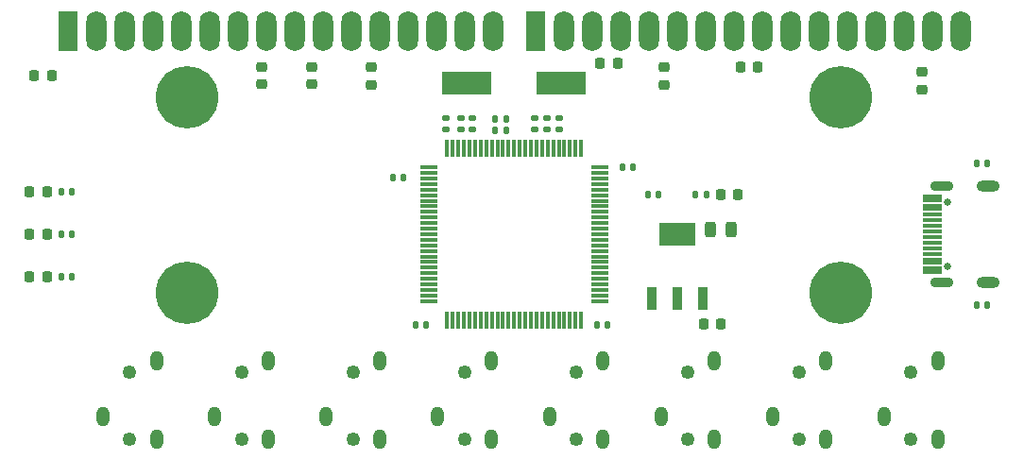
<source format=gts>
G04 #@! TF.GenerationSoftware,KiCad,Pcbnew,6.0.10-86aedd382b~118~ubuntu22.04.1*
G04 #@! TF.CreationDate,2023-01-23T14:57:36-08:00*
G04 #@! TF.ProjectId,ch348_octo_serial_minim,63683334-385f-46f6-9374-6f5f73657269,rev?*
G04 #@! TF.SameCoordinates,Original*
G04 #@! TF.FileFunction,Soldermask,Top*
G04 #@! TF.FilePolarity,Negative*
%FSLAX46Y46*%
G04 Gerber Fmt 4.6, Leading zero omitted, Abs format (unit mm)*
G04 Created by KiCad (PCBNEW 6.0.10-86aedd382b~118~ubuntu22.04.1) date 2023-01-23 14:57:36*
%MOMM*%
%LPD*%
G01*
G04 APERTURE LIST*
G04 Aperture macros list*
%AMRoundRect*
0 Rectangle with rounded corners*
0 $1 Rounding radius*
0 $2 $3 $4 $5 $6 $7 $8 $9 X,Y pos of 4 corners*
0 Add a 4 corners polygon primitive as box body*
4,1,4,$2,$3,$4,$5,$6,$7,$8,$9,$2,$3,0*
0 Add four circle primitives for the rounded corners*
1,1,$1+$1,$2,$3*
1,1,$1+$1,$4,$5*
1,1,$1+$1,$6,$7*
1,1,$1+$1,$8,$9*
0 Add four rect primitives between the rounded corners*
20,1,$1+$1,$2,$3,$4,$5,0*
20,1,$1+$1,$4,$5,$6,$7,0*
20,1,$1+$1,$6,$7,$8,$9,0*
20,1,$1+$1,$8,$9,$2,$3,0*%
G04 Aperture macros list end*
%ADD10RoundRect,0.147500X-0.147500X-0.172500X0.147500X-0.172500X0.147500X0.172500X-0.147500X0.172500X0*%
%ADD11RoundRect,0.218750X-0.218750X-0.256250X0.218750X-0.256250X0.218750X0.256250X-0.218750X0.256250X0*%
%ADD12R,0.950000X2.150000*%
%ADD13R,3.250000X2.150000*%
%ADD14RoundRect,0.147500X-0.172500X0.147500X-0.172500X-0.147500X0.172500X-0.147500X0.172500X0.147500X0*%
%ADD15C,1.250000*%
%ADD16O,1.199896X1.799996*%
%ADD17RoundRect,0.218750X0.256250X-0.218750X0.256250X0.218750X-0.256250X0.218750X-0.256250X-0.218750X0*%
%ADD18RoundRect,0.147500X0.147500X0.172500X-0.147500X0.172500X-0.147500X-0.172500X0.147500X-0.172500X0*%
%ADD19C,5.600000*%
%ADD20RoundRect,0.218750X-0.256250X0.218750X-0.256250X-0.218750X0.256250X-0.218750X0.256250X0.218750X0*%
%ADD21R,1.800000X3.600000*%
%ADD22O,1.800000X3.600000*%
%ADD23RoundRect,0.218750X0.218750X0.256250X-0.218750X0.256250X-0.218750X-0.256250X0.218750X-0.256250X0*%
%ADD24RoundRect,0.147500X0.172500X-0.147500X0.172500X0.147500X-0.172500X0.147500X-0.172500X-0.147500X0*%
%ADD25R,4.500000X2.000000*%
%ADD26RoundRect,0.243750X-0.243750X-0.456250X0.243750X-0.456250X0.243750X0.456250X-0.243750X0.456250X0*%
%ADD27C,0.650000*%
%ADD28R,1.750000X0.300000*%
%ADD29O,2.100000X1.000000*%
%ADD30O,2.100000X0.900000*%
%ADD31RoundRect,0.075000X-0.075000X0.725000X-0.075000X-0.725000X0.075000X-0.725000X0.075000X0.725000X0*%
%ADD32RoundRect,0.075000X-0.725000X0.075000X-0.725000X-0.075000X0.725000X-0.075000X0.725000X0.075000X0*%
G04 APERTURE END LIST*
D10*
G04 #@! TO.C,R9*
X72413000Y-87630000D03*
X73383000Y-87630000D03*
G04 #@! TD*
G04 #@! TO.C,R1*
X129275000Y-80300000D03*
X130245000Y-80300000D03*
G04 #@! TD*
D11*
G04 #@! TO.C,C13*
X120712500Y-68500000D03*
X122287500Y-68500000D03*
G04 #@! TD*
D12*
G04 #@! TO.C,VR1*
X125340000Y-89600000D03*
X127640000Y-89600000D03*
X129940000Y-89600000D03*
D13*
X127640000Y-83800000D03*
G04 #@! TD*
D14*
G04 #@! TO.C,C5*
X106900000Y-73430000D03*
X106900000Y-74400000D03*
G04 #@! TD*
D11*
G04 #@! TO.C,D4*
X69570500Y-87630000D03*
X71145500Y-87630000D03*
G04 #@! TD*
D15*
G04 #@! TO.C,J14*
X78580000Y-102177500D03*
X78580000Y-96177500D03*
D16*
X76180000Y-100177500D03*
X80980000Y-102177500D03*
X80980000Y-95177500D03*
G04 #@! TD*
D17*
G04 #@! TO.C,C20*
X100200000Y-70437500D03*
X100200000Y-68862500D03*
G04 #@! TD*
D18*
G04 #@! TO.C,C3*
X112285000Y-73484000D03*
X111315000Y-73484000D03*
G04 #@! TD*
G04 #@! TO.C,R6*
X125961000Y-80264000D03*
X124991000Y-80264000D03*
G04 #@! TD*
D11*
G04 #@! TO.C,C1*
X130012500Y-91900000D03*
X131587500Y-91900000D03*
G04 #@! TD*
D14*
G04 #@! TO.C,R7*
X116000000Y-73430000D03*
X116000000Y-74400000D03*
G04 #@! TD*
D18*
G04 #@! TO.C,C9*
X103101000Y-78740000D03*
X102131000Y-78740000D03*
G04 #@! TD*
D19*
G04 #@! TO.C,J2*
X142320000Y-71530000D03*
G04 #@! TD*
D20*
G04 #@! TO.C,C16*
X149550000Y-69300000D03*
X149550000Y-70875000D03*
G04 #@! TD*
D10*
G04 #@! TO.C,R4*
X111315000Y-74500000D03*
X112285000Y-74500000D03*
G04 #@! TD*
D18*
G04 #@! TO.C,C12*
X105133000Y-91948000D03*
X104163000Y-91948000D03*
G04 #@! TD*
D10*
G04 #@! TO.C,C6*
X122715000Y-77800000D03*
X123685000Y-77800000D03*
G04 #@! TD*
D15*
G04 #@! TO.C,J8*
X128580000Y-102177500D03*
X128580000Y-96177500D03*
D16*
X126180000Y-100177500D03*
X130980000Y-102177500D03*
X130980000Y-95177500D03*
G04 #@! TD*
D15*
G04 #@! TO.C,J20*
X108580000Y-102177500D03*
X108580000Y-96177500D03*
D16*
X106180000Y-100177500D03*
X110980000Y-102177500D03*
X110980000Y-95177500D03*
G04 #@! TD*
D18*
G04 #@! TO.C,R5*
X73383000Y-80010000D03*
X72413000Y-80010000D03*
G04 #@! TD*
D19*
G04 #@! TO.C,J3*
X83740000Y-71530000D03*
G04 #@! TD*
D17*
G04 #@! TO.C,C19*
X94900000Y-70387500D03*
X94900000Y-68812500D03*
G04 #@! TD*
D14*
G04 #@! TO.C,C4*
X117100000Y-73430000D03*
X117100000Y-74400000D03*
G04 #@! TD*
D21*
G04 #@! TO.C,J22*
X73025000Y-65600000D03*
D22*
X75565000Y-65600000D03*
X78105000Y-65600000D03*
X80645000Y-65600000D03*
X83185000Y-65600000D03*
X85725000Y-65600000D03*
X88265000Y-65600000D03*
X90805000Y-65600000D03*
X93345000Y-65600000D03*
X95885000Y-65600000D03*
X98425000Y-65600000D03*
X100965000Y-65600000D03*
X103505000Y-65600000D03*
X106045000Y-65600000D03*
X108585000Y-65600000D03*
X111125000Y-65600000D03*
G04 #@! TD*
D11*
G04 #@! TO.C,D3*
X69570500Y-83820000D03*
X71145500Y-83820000D03*
G04 #@! TD*
D23*
G04 #@! TO.C,D1*
X133087500Y-80300000D03*
X131512500Y-80300000D03*
G04 #@! TD*
D24*
G04 #@! TO.C,C7*
X114900000Y-74400000D03*
X114900000Y-73430000D03*
G04 #@! TD*
D10*
G04 #@! TO.C,R2*
X154455000Y-90170000D03*
X155425000Y-90170000D03*
G04 #@! TD*
D11*
G04 #@! TO.C,D2*
X69570500Y-80010000D03*
X71145500Y-80010000D03*
G04 #@! TD*
D18*
G04 #@! TO.C,R8*
X73383000Y-83820000D03*
X72413000Y-83820000D03*
G04 #@! TD*
D21*
G04 #@! TO.C,J23*
X114935000Y-65600000D03*
D22*
X117475000Y-65600000D03*
X120015000Y-65600000D03*
X122555000Y-65600000D03*
X125095000Y-65600000D03*
X127635000Y-65600000D03*
X130175000Y-65600000D03*
X132715000Y-65600000D03*
X135255000Y-65600000D03*
X137795000Y-65600000D03*
X140335000Y-65600000D03*
X142875000Y-65600000D03*
X145415000Y-65600000D03*
X147955000Y-65600000D03*
X150495000Y-65600000D03*
X153035000Y-65600000D03*
G04 #@! TD*
D15*
G04 #@! TO.C,J10*
X138580000Y-96177500D03*
X138580000Y-102177500D03*
D16*
X136180000Y-100177500D03*
X140980000Y-102177500D03*
X140980000Y-95177500D03*
G04 #@! TD*
D25*
G04 #@! TO.C,X1*
X117280000Y-70300000D03*
X108780000Y-70300000D03*
G04 #@! TD*
D18*
G04 #@! TO.C,R3*
X155425000Y-77470000D03*
X154455000Y-77470000D03*
G04 #@! TD*
D23*
G04 #@! TO.C,C17*
X71587500Y-69600000D03*
X70012500Y-69600000D03*
G04 #@! TD*
D26*
G04 #@! TO.C,C2*
X130639500Y-83398000D03*
X132514500Y-83398000D03*
G04 #@! TD*
D17*
G04 #@! TO.C,C14*
X126500000Y-70437500D03*
X126500000Y-68862500D03*
G04 #@! TD*
D15*
G04 #@! TO.C,J18*
X98580000Y-102177500D03*
X98580000Y-96177500D03*
D16*
X96180000Y-100177500D03*
X100980000Y-102177500D03*
X100980000Y-95177500D03*
G04 #@! TD*
D27*
G04 #@! TO.C,J1*
X151860000Y-86710000D03*
X151860000Y-80930000D03*
D28*
X150520000Y-87170000D03*
X150520000Y-86370000D03*
X150520000Y-85070000D03*
X150520000Y-84070000D03*
X150520000Y-83570000D03*
X150520000Y-82570000D03*
X150520000Y-81270000D03*
X150520000Y-80470000D03*
X150520000Y-80770000D03*
X150520000Y-81570000D03*
X150520000Y-82070000D03*
X150520000Y-83070000D03*
X150520000Y-84570000D03*
X150520000Y-85570000D03*
X150520000Y-86070000D03*
X150520000Y-86870000D03*
D29*
X155540000Y-79500000D03*
X155540000Y-88140000D03*
D30*
X151360000Y-88140000D03*
X151360000Y-79500000D03*
G04 #@! TD*
D31*
G04 #@! TO.C,U1*
X119030000Y-76145000D03*
X118530000Y-76145000D03*
X118030000Y-76145000D03*
X117530000Y-76145000D03*
X117030000Y-76145000D03*
X116530000Y-76145000D03*
X116030000Y-76145000D03*
X115530000Y-76145000D03*
X115030000Y-76145000D03*
X114530000Y-76145000D03*
X114030000Y-76145000D03*
X113530000Y-76145000D03*
X113030000Y-76145000D03*
X112530000Y-76145000D03*
X112030000Y-76145000D03*
X111530000Y-76145000D03*
X111030000Y-76145000D03*
X110530000Y-76145000D03*
X110030000Y-76145000D03*
X109530000Y-76145000D03*
X109030000Y-76145000D03*
X108530000Y-76145000D03*
X108030000Y-76145000D03*
X107530000Y-76145000D03*
X107030000Y-76145000D03*
D32*
X105355000Y-77820000D03*
X105355000Y-78320000D03*
X105355000Y-78820000D03*
X105355000Y-79320000D03*
X105355000Y-79820000D03*
X105355000Y-80320000D03*
X105355000Y-80820000D03*
X105355000Y-81320000D03*
X105355000Y-81820000D03*
X105355000Y-82320000D03*
X105355000Y-82820000D03*
X105355000Y-83320000D03*
X105355000Y-83820000D03*
X105355000Y-84320000D03*
X105355000Y-84820000D03*
X105355000Y-85320000D03*
X105355000Y-85820000D03*
X105355000Y-86320000D03*
X105355000Y-86820000D03*
X105355000Y-87320000D03*
X105355000Y-87820000D03*
X105355000Y-88320000D03*
X105355000Y-88820000D03*
X105355000Y-89320000D03*
X105355000Y-89820000D03*
D31*
X107030000Y-91495000D03*
X107530000Y-91495000D03*
X108030000Y-91495000D03*
X108530000Y-91495000D03*
X109030000Y-91495000D03*
X109530000Y-91495000D03*
X110030000Y-91495000D03*
X110530000Y-91495000D03*
X111030000Y-91495000D03*
X111530000Y-91495000D03*
X112030000Y-91495000D03*
X112530000Y-91495000D03*
X113030000Y-91495000D03*
X113530000Y-91495000D03*
X114030000Y-91495000D03*
X114530000Y-91495000D03*
X115030000Y-91495000D03*
X115530000Y-91495000D03*
X116030000Y-91495000D03*
X116530000Y-91495000D03*
X117030000Y-91495000D03*
X117530000Y-91495000D03*
X118030000Y-91495000D03*
X118530000Y-91495000D03*
X119030000Y-91495000D03*
D32*
X120705000Y-89820000D03*
X120705000Y-89320000D03*
X120705000Y-88820000D03*
X120705000Y-88320000D03*
X120705000Y-87820000D03*
X120705000Y-87320000D03*
X120705000Y-86820000D03*
X120705000Y-86320000D03*
X120705000Y-85820000D03*
X120705000Y-85320000D03*
X120705000Y-84820000D03*
X120705000Y-84320000D03*
X120705000Y-83820000D03*
X120705000Y-83320000D03*
X120705000Y-82820000D03*
X120705000Y-82320000D03*
X120705000Y-81820000D03*
X120705000Y-81320000D03*
X120705000Y-80820000D03*
X120705000Y-80320000D03*
X120705000Y-79820000D03*
X120705000Y-79320000D03*
X120705000Y-78820000D03*
X120705000Y-78320000D03*
X120705000Y-77820000D03*
G04 #@! TD*
D19*
G04 #@! TO.C,J4*
X142320000Y-89110000D03*
G04 #@! TD*
D10*
G04 #@! TO.C,C11*
X120419000Y-91948000D03*
X121389000Y-91948000D03*
G04 #@! TD*
D17*
G04 #@! TO.C,C18*
X90400000Y-70387500D03*
X90400000Y-68812500D03*
G04 #@! TD*
D24*
G04 #@! TO.C,C10*
X109300000Y-74400000D03*
X109300000Y-73430000D03*
G04 #@! TD*
G04 #@! TO.C,C8*
X108284000Y-74400000D03*
X108284000Y-73430000D03*
G04 #@! TD*
D23*
G04 #@! TO.C,C15*
X134887500Y-68800000D03*
X133312500Y-68800000D03*
G04 #@! TD*
D19*
G04 #@! TO.C,J5*
X83740000Y-89110000D03*
G04 #@! TD*
D15*
G04 #@! TO.C,J16*
X88580000Y-96177500D03*
X88580000Y-102177500D03*
D16*
X86180000Y-100177500D03*
X90980000Y-102177500D03*
X90980000Y-95177500D03*
G04 #@! TD*
D15*
G04 #@! TO.C,J12*
X148580000Y-102177500D03*
X148580000Y-96177500D03*
D16*
X146180000Y-100177500D03*
X150980000Y-102177500D03*
X150980000Y-95177500D03*
G04 #@! TD*
D15*
G04 #@! TO.C,J6*
X118580000Y-102177500D03*
X118580000Y-96177500D03*
D16*
X116180000Y-100177500D03*
X120980000Y-102177500D03*
X120980000Y-95177500D03*
G04 #@! TD*
M02*

</source>
